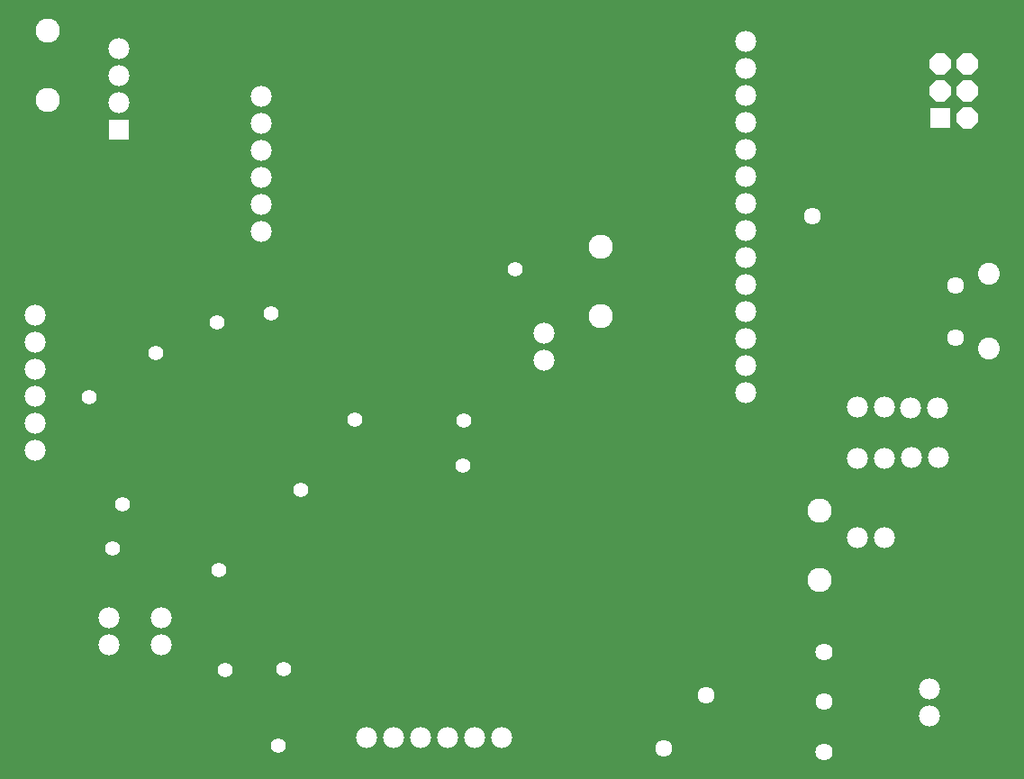
<source format=gbs>
G04 EAGLE Gerber RS-274X export*
G75*
%MOMM*%
%FSLAX34Y34*%
%LPD*%
%INSoldermask Bottom*%
%IPNEG*%
%AMOC8*
5,1,8,0,0,1.08239X$1,22.5*%
G01*
%ADD10C,1.981200*%
%ADD11C,2.286000*%
%ADD12R,1.981200X1.981200*%
%ADD13C,1.625600*%
%ADD14C,1.609600*%
%ADD15C,2.051600*%
%ADD16P,2.144431X8X112.500000*%
%ADD17C,1.409600*%


D10*
X380700Y59900D03*
X406100Y59900D03*
X431500Y59900D03*
X456900Y59900D03*
X482300Y59900D03*
X507700Y59900D03*
D11*
X601200Y521639D03*
X601200Y456361D03*
X80700Y724539D03*
X80700Y659261D03*
D10*
X737400Y383900D03*
X737400Y409300D03*
X737400Y434700D03*
X737400Y460100D03*
X737400Y485500D03*
X737400Y510900D03*
X737400Y536300D03*
X737400Y561700D03*
X737400Y587100D03*
X737400Y612500D03*
X737400Y637900D03*
X737400Y663300D03*
X737400Y688700D03*
X737400Y714100D03*
X68900Y330300D03*
X68900Y355700D03*
X68900Y381100D03*
X68900Y406500D03*
X68900Y431900D03*
X68900Y457300D03*
X910100Y105200D03*
X910100Y79800D03*
D12*
X148200Y631400D03*
D10*
X148200Y656800D03*
X148200Y682200D03*
X148200Y707600D03*
X281200Y535300D03*
X281200Y560700D03*
X281200Y586100D03*
X281200Y611500D03*
X281200Y636900D03*
X281200Y662300D03*
X918000Y323200D03*
X892600Y323200D03*
X138700Y147300D03*
X138700Y172700D03*
X187700Y147100D03*
X187700Y172500D03*
X892400Y369800D03*
X917800Y369800D03*
X867800Y370200D03*
X842400Y370200D03*
X842000Y322300D03*
X867400Y322300D03*
X867700Y247700D03*
X842300Y247700D03*
X547800Y440400D03*
X547800Y415000D03*
D13*
X810700Y140500D03*
D14*
X810700Y93500D03*
D13*
X810700Y46500D03*
D14*
X934750Y485100D03*
X934750Y435600D03*
D15*
X965500Y425600D03*
X965500Y495600D03*
D12*
X919700Y642000D03*
D16*
X919700Y667400D03*
X919700Y692800D03*
X945100Y692800D03*
X945100Y667400D03*
X945100Y642000D03*
D11*
X806700Y273439D03*
X806700Y208161D03*
D14*
X700000Y100000D03*
D17*
X240000Y450000D03*
X242000Y217500D03*
X248000Y123000D03*
X302500Y124500D03*
X297500Y52000D03*
D14*
X800000Y550000D03*
D17*
X142000Y237500D03*
X472000Y357500D03*
X182500Y421500D03*
X291000Y458500D03*
X471500Y315500D03*
X520000Y500000D03*
X120000Y380000D03*
X151500Y279500D03*
X370000Y358500D03*
X318500Y293000D03*
D14*
X660000Y50000D03*
M02*

</source>
